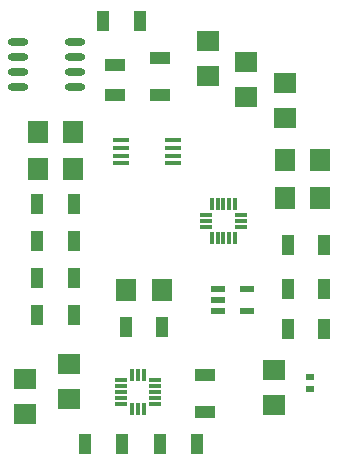
<source format=gtp>
G04*
G04 #@! TF.GenerationSoftware,Altium Limited,Altium Designer,23.4.1 (23)*
G04*
G04 Layer_Color=8421504*
%FSLAX44Y44*%
%MOMM*%
G71*
G04*
G04 #@! TF.SameCoordinates,64D97932-1E9C-4803-83F2-7C732265FDC7*
G04*
G04*
G04 #@! TF.FilePolarity,Positive*
G04*
G01*
G75*
%ADD17R,0.7000X0.6000*%
%ADD18R,1.8400X1.8000*%
%ADD19R,0.3000X1.0000*%
%ADD20R,1.0000X0.3000*%
%ADD21R,1.8000X1.0000*%
%ADD22O,1.7500X0.6000*%
%ADD23R,1.8000X1.8400*%
%ADD24R,1.1500X0.6000*%
%ADD25R,1.4000X0.4500*%
%ADD26R,1.0000X1.8000*%
%ADD27R,0.3000X1.1000*%
%ADD28R,1.1000X0.3000*%
D17*
X351790Y97870D02*
D03*
Y107870D02*
D03*
D18*
X321310Y114060D02*
D03*
Y84060D02*
D03*
X110490Y106440D02*
D03*
Y76440D02*
D03*
X147320Y119140D02*
D03*
Y89140D02*
D03*
X297180Y344410D02*
D03*
Y374410D02*
D03*
X265430Y362190D02*
D03*
Y392190D02*
D03*
X330200Y326630D02*
D03*
Y356630D02*
D03*
D19*
X200740Y109790D02*
D03*
X205740D02*
D03*
X210740D02*
D03*
Y80710D02*
D03*
X205740D02*
D03*
X200740D02*
D03*
D20*
X220280Y105250D02*
D03*
Y90250D02*
D03*
Y85250D02*
D03*
X191200D02*
D03*
Y90250D02*
D03*
Y95250D02*
D03*
Y100250D02*
D03*
Y105250D02*
D03*
X220280Y100250D02*
D03*
Y95250D02*
D03*
D21*
X186690Y371910D02*
D03*
Y346910D02*
D03*
X262890Y78480D02*
D03*
Y109480D02*
D03*
X224162Y377660D02*
D03*
Y346660D02*
D03*
D22*
X152020Y353060D02*
D03*
Y365760D02*
D03*
Y378460D02*
D03*
Y391160D02*
D03*
X104520Y353060D02*
D03*
Y365760D02*
D03*
Y378460D02*
D03*
Y391160D02*
D03*
D23*
X330230Y258963D02*
D03*
X360230D02*
D03*
X330230Y291664D02*
D03*
X360230D02*
D03*
X225820Y181610D02*
D03*
X195820D02*
D03*
X150890Y315061D02*
D03*
X120890D02*
D03*
X151020Y284253D02*
D03*
X121020D02*
D03*
D24*
X298250Y182220D02*
D03*
Y163220D02*
D03*
X273250D02*
D03*
Y172720D02*
D03*
Y182220D02*
D03*
D25*
X235360Y308200D02*
D03*
Y301700D02*
D03*
Y295200D02*
D03*
Y288700D02*
D03*
X191360D02*
D03*
Y295200D02*
D03*
Y301700D02*
D03*
Y308200D02*
D03*
D26*
X224790Y50800D02*
D03*
X255790D02*
D03*
X192030D02*
D03*
X161030D02*
D03*
X363480Y182360D02*
D03*
X332480D02*
D03*
X363480Y219710D02*
D03*
X332480D02*
D03*
Y148517D02*
D03*
X363480D02*
D03*
X195320Y149860D02*
D03*
X226320D02*
D03*
X151390Y191142D02*
D03*
X120390D02*
D03*
Y254000D02*
D03*
X151390D02*
D03*
X176270Y408940D02*
D03*
X207270D02*
D03*
X151390Y160020D02*
D03*
X120390D02*
D03*
Y222849D02*
D03*
X151390D02*
D03*
D27*
X268130Y254570D02*
D03*
X273130D02*
D03*
X278130D02*
D03*
X283130D02*
D03*
X288130D02*
D03*
X268130Y225490D02*
D03*
X273130D02*
D03*
X278130D02*
D03*
X283130D02*
D03*
X288130D02*
D03*
D28*
X263590Y235030D02*
D03*
Y240030D02*
D03*
Y245030D02*
D03*
X292670Y240030D02*
D03*
Y245030D02*
D03*
Y235030D02*
D03*
M02*

</source>
